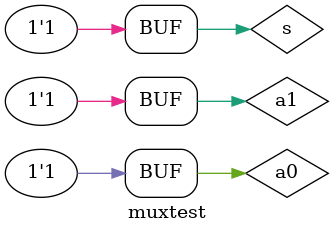
<source format=v>
`timescale 1ns / 1ps


module muxtest;

	// Inputs
	reg s;
	reg a1;
	reg a0;

	// Outputs
	wire t;

	// Instantiate the Unit Under Test (UUT)
	mux2to1 uut (
		.s(s), 
		.a1(a1), 
		.a0(a0), 
		.t(t)
	);

	initial begin
		// Initialize Inputs
		s = 0;
		a1 = 0;
		a0 = 0;

		// Wait 100 ns for global reset to finish
		#100;
        
		// Add stimulus here
		s = 0; a1 = 0; a0 = 0;
		#100;
		s = 0; a1 = 0; a0 = 1;
		#100;
		s = 0; a1 = 1; a0 = 0;
		#100;
		s = 0; a1 = 1; a0 = 1;
		#100;
		s = 1; a1 = 0; a0 = 0;
		#100;
		s = 1; a1 = 0; a0 = 1;
		#100;
		s = 1; a1 = 1; a0 = 0;
		#100;
		s = 1; a1 = 1; a0 = 1;
		#100;
	end
      
endmodule


</source>
